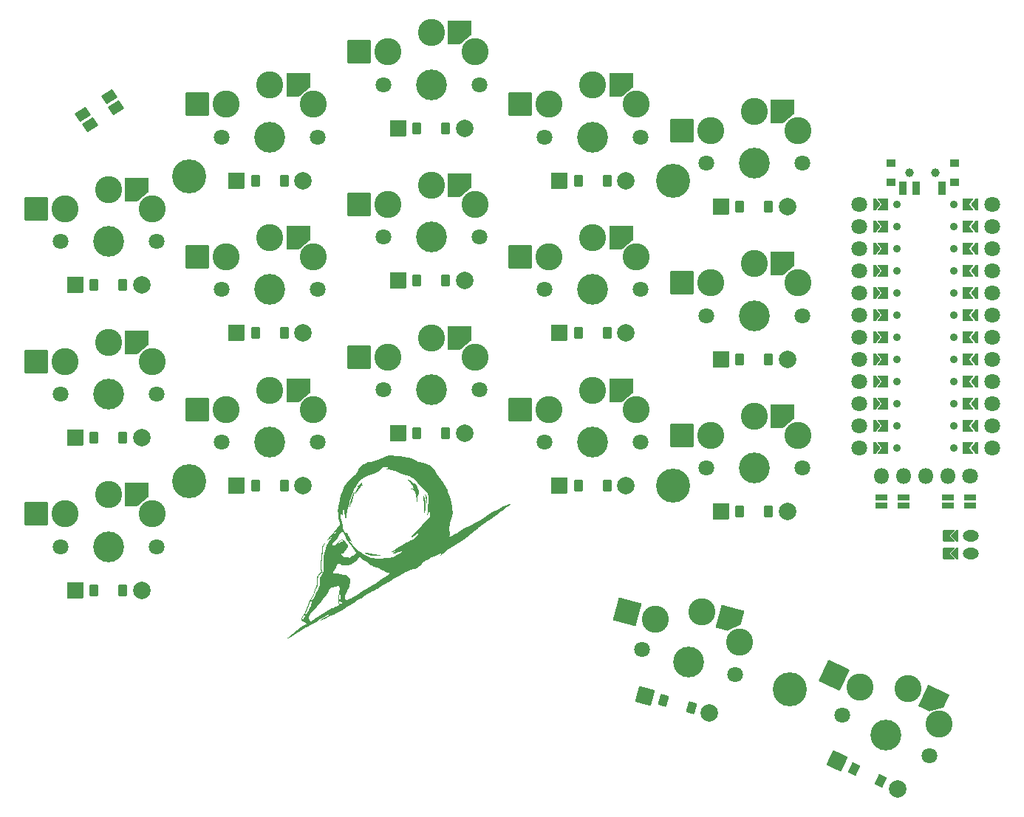
<source format=gbr>
%TF.GenerationSoftware,KiCad,Pcbnew,7.0.10*%
%TF.CreationDate,2024-01-15T23:58:39+02:00*%
%TF.ProjectId,snak_final,736e616b-5f66-4696-9e61-6c2e6b696361,0.1*%
%TF.SameCoordinates,Original*%
%TF.FileFunction,Soldermask,Top*%
%TF.FilePolarity,Negative*%
%FSLAX46Y46*%
G04 Gerber Fmt 4.6, Leading zero omitted, Abs format (unit mm)*
G04 Created by KiCad (PCBNEW 7.0.10) date 2024-01-15 23:58:39*
%MOMM*%
%LPD*%
G01*
G04 APERTURE LIST*
G04 Aperture macros list*
%AMRoundRect*
0 Rectangle with rounded corners*
0 $1 Rounding radius*
0 $2 $3 $4 $5 $6 $7 $8 $9 X,Y pos of 4 corners*
0 Add a 4 corners polygon primitive as box body*
4,1,4,$2,$3,$4,$5,$6,$7,$8,$9,$2,$3,0*
0 Add four circle primitives for the rounded corners*
1,1,$1+$1,$2,$3*
1,1,$1+$1,$4,$5*
1,1,$1+$1,$6,$7*
1,1,$1+$1,$8,$9*
0 Add four rect primitives between the rounded corners*
20,1,$1+$1,$2,$3,$4,$5,0*
20,1,$1+$1,$4,$5,$6,$7,0*
20,1,$1+$1,$6,$7,$8,$9,0*
20,1,$1+$1,$8,$9,$2,$3,0*%
%AMFreePoly0*
4,1,15,1.335355,1.335355,1.350000,1.300000,1.350000,-0.250000,1.335355,-0.285355,1.332160,-0.288285,0.082160,-1.338285,0.050000,-1.350000,-1.300000,-1.350000,-1.335355,-1.335355,-1.350000,-1.300000,-1.350000,1.300000,-1.335355,1.335355,-1.300000,1.350000,1.300000,1.350000,1.335355,1.335355,1.335355,1.335355,$1*%
%AMFreePoly1*
4,1,16,-0.214645,0.660355,-0.210957,0.656235,0.289043,0.031235,0.299694,-0.005522,0.289043,-0.031235,-0.210957,-0.656235,-0.244478,-0.674694,-0.250000,-0.675000,-0.500000,-0.675000,-0.535355,-0.660355,-0.550000,-0.625000,-0.550000,0.625000,-0.535355,0.660355,-0.500000,0.675000,-0.250000,0.675000,-0.214645,0.660355,-0.214645,0.660355,$1*%
%AMFreePoly2*
4,1,16,0.535355,0.660355,0.550000,0.625000,0.550000,-0.625000,0.535355,-0.660355,0.500000,-0.675000,-0.650000,-0.675000,-0.685355,-0.660355,-0.700000,-0.625000,-0.689043,-0.593765,-0.214031,0.000000,-0.689043,0.593765,-0.699694,0.630522,-0.681235,0.664043,-0.650000,0.675000,0.500000,0.675000,0.535355,0.660355,0.535355,0.660355,$1*%
%AMFreePoly3*
4,1,16,0.635355,0.285355,0.650000,0.250000,0.650000,-1.000000,0.635355,-1.035355,0.600000,-1.050000,0.564645,-1.035355,0.000000,-0.470710,-0.564645,-1.035355,-0.600000,-1.050000,-0.635355,-1.035355,-0.650000,-1.000000,-0.650000,0.250000,-0.635355,0.285355,-0.600000,0.300000,0.600000,0.300000,0.635355,0.285355,0.635355,0.285355,$1*%
%AMFreePoly4*
4,1,14,0.035355,0.435355,0.635355,-0.164645,0.650000,-0.200000,0.650000,-0.400000,0.635355,-0.435355,0.600000,-0.450000,-0.600000,-0.450000,-0.635355,-0.435355,-0.650000,-0.400000,-0.650000,-0.200000,-0.635355,-0.164645,-0.035355,0.435355,0.000000,0.450000,0.035355,0.435355,0.035355,0.435355,$1*%
G04 Aperture macros list end*
%ADD10C,3.100000*%
%ADD11RoundRect,0.050000X-1.300000X-1.300000X1.300000X-1.300000X1.300000X1.300000X-1.300000X1.300000X0*%
%ADD12FreePoly0,0.000000*%
%ADD13C,1.801800*%
%ADD14C,3.529000*%
%ADD15RoundRect,0.050000X-1.592168X-0.919239X0.919239X-1.592168X1.592168X0.919239X-0.919239X1.592168X0*%
%ADD16FreePoly0,345.000000*%
%ADD17RoundRect,0.050000X-1.727604X-0.628796X0.628796X-1.727604X1.727604X0.628796X-0.628796X1.727604X0*%
%ADD18FreePoly0,335.000000*%
%ADD19C,2.005000*%
%ADD20RoundRect,0.050000X-0.889000X-0.889000X0.889000X-0.889000X0.889000X0.889000X-0.889000X0.889000X0*%
%ADD21RoundRect,0.050000X-0.450000X-0.600000X0.450000X-0.600000X0.450000X0.600000X-0.450000X0.600000X0*%
%ADD22RoundRect,0.050000X-1.088798X-0.628618X0.628618X-1.088798X1.088798X0.628618X-0.628618X1.088798X0*%
%ADD23RoundRect,0.050000X-0.589958X-0.463087X0.279375X-0.696024X0.589958X0.463087X-0.279375X0.696024X0*%
%ADD24RoundRect,0.050000X-1.181415X-0.430000X0.430000X-1.181415X1.181415X0.430000X-0.430000X1.181415X0*%
%ADD25RoundRect,0.050000X-0.661409X-0.353606X0.154268X-0.733963X0.661409X0.353606X-0.154268X0.733963X0*%
%ADD26FreePoly1,180.000000*%
%ADD27FreePoly2,180.000000*%
%ADD28FreePoly2,0.000000*%
%ADD29FreePoly1,0.000000*%
%ADD30C,0.900000*%
%ADD31C,1.800000*%
%ADD32O,1.800000X1.800000*%
%ADD33RoundRect,0.050000X0.600000X-0.300000X0.600000X0.300000X-0.600000X0.300000X-0.600000X-0.300000X0*%
%ADD34C,1.000000*%
%ADD35RoundRect,0.050000X0.500000X0.400000X-0.500000X0.400000X-0.500000X-0.400000X0.500000X-0.400000X0*%
%ADD36RoundRect,0.050000X0.350000X0.750000X-0.350000X0.750000X-0.350000X-0.750000X0.350000X-0.750000X0*%
%ADD37FreePoly3,90.000000*%
%ADD38FreePoly4,90.000000*%
%ADD39O,1.850000X1.300000*%
%ADD40RoundRect,0.050000X0.301134X0.821549X-0.873005X0.059055X-0.301134X-0.821549X0.873005X-0.059055X0*%
%ADD41C,3.900000*%
G04 APERTURE END LIST*
%TO.C,G\u002A\u002A\u002A*%
G36*
X139216666Y-93884933D02*
G01*
X139222746Y-93945221D01*
X139216666Y-93952666D01*
X139186466Y-93945693D01*
X139182800Y-93918800D01*
X139201386Y-93876985D01*
X139216666Y-93884933D01*
G37*
G36*
X136380304Y-94025223D02*
G01*
X136444495Y-94139066D01*
X136462170Y-94180542D01*
X136505659Y-94335403D01*
X136534502Y-94527741D01*
X136547230Y-94726499D01*
X136542377Y-94900619D01*
X136518476Y-95019044D01*
X136502972Y-95044147D01*
X136473891Y-95020963D01*
X136439723Y-94908650D01*
X136403816Y-94719324D01*
X136392502Y-94644423D01*
X136360490Y-94428657D01*
X136330609Y-94240301D01*
X136307848Y-94110386D01*
X136302359Y-94083900D01*
X136294892Y-93988965D01*
X136325655Y-93972298D01*
X136380304Y-94025223D01*
G37*
G36*
X128230194Y-93697746D02*
G01*
X128198102Y-93857327D01*
X128131001Y-94108153D01*
X128049533Y-94382170D01*
X127924776Y-94781979D01*
X127822582Y-95094444D01*
X127743827Y-95317148D01*
X127689388Y-95447678D01*
X127660139Y-95483620D01*
X127655422Y-95468200D01*
X127663204Y-95345031D01*
X127695062Y-95150675D01*
X127744809Y-94910933D01*
X127806257Y-94651603D01*
X127873217Y-94398487D01*
X127939502Y-94177384D01*
X127998922Y-94014095D01*
X128010201Y-93989033D01*
X128117283Y-93775054D01*
X128189699Y-93655752D01*
X128227365Y-93630269D01*
X128230194Y-93697746D01*
G37*
G36*
X129751675Y-100718200D02*
G01*
X129972716Y-100752571D01*
X130191200Y-100794962D01*
X130451868Y-100848768D01*
X130703534Y-100898108D01*
X130913847Y-100936778D01*
X131029400Y-100955692D01*
X131170873Y-100980521D01*
X131221350Y-101003371D01*
X131191174Y-101029523D01*
X131181800Y-101033468D01*
X131044484Y-101061553D01*
X130836390Y-101071902D01*
X130586639Y-101065270D01*
X130324354Y-101042413D01*
X130082959Y-101004949D01*
X129872561Y-100953364D01*
X129671099Y-100888157D01*
X129549559Y-100836500D01*
X129431231Y-100772876D01*
X129395000Y-100738234D01*
X129432188Y-100715928D01*
X129480000Y-100703086D01*
X129579019Y-100700618D01*
X129751675Y-100718200D01*
G37*
G36*
X136142352Y-94153455D02*
G01*
X136188097Y-94252137D01*
X136241614Y-94401218D01*
X136294277Y-94576662D01*
X136337466Y-94754430D01*
X136337711Y-94755610D01*
X136366050Y-94949051D01*
X136371301Y-95165945D01*
X136353606Y-95438191D01*
X136341312Y-95558969D01*
X136308188Y-95815888D01*
X136274042Y-96000527D01*
X136241668Y-96107373D01*
X136213862Y-96130912D01*
X136193417Y-96065630D01*
X136183129Y-95906013D01*
X136182620Y-95872060D01*
X136178456Y-95705922D01*
X136169210Y-95468354D01*
X136156190Y-95189325D01*
X136140704Y-94898803D01*
X136138395Y-94858600D01*
X136124614Y-94601324D01*
X136115073Y-94382848D01*
X136110424Y-94221916D01*
X136111319Y-94137273D01*
X136112999Y-94129209D01*
X136142352Y-94153455D01*
G37*
G36*
X129046250Y-92763674D02*
G01*
X129031059Y-92860078D01*
X129060998Y-92882103D01*
X129093348Y-92872539D01*
X129162097Y-92869687D01*
X129175200Y-92892395D01*
X129132317Y-92942359D01*
X129027991Y-92994857D01*
X129017111Y-92998770D01*
X128902950Y-93061094D01*
X128887092Y-93127026D01*
X128875589Y-93214939D01*
X128833648Y-93267385D01*
X128764102Y-93340695D01*
X128658310Y-93469901D01*
X128538485Y-93627803D01*
X128531868Y-93636864D01*
X128427089Y-93775141D01*
X128349989Y-93866371D01*
X128314666Y-93894130D01*
X128313841Y-93890864D01*
X128339408Y-93741471D01*
X128394886Y-93558581D01*
X128464944Y-93385014D01*
X128534245Y-93263592D01*
X128541649Y-93254709D01*
X128602941Y-93165859D01*
X128583894Y-93121943D01*
X128578300Y-93119744D01*
X128518008Y-93071259D01*
X128548561Y-93014231D01*
X128629100Y-92976819D01*
X128736453Y-92920965D01*
X128868100Y-92822388D01*
X128912201Y-92782896D01*
X129081003Y-92623400D01*
X129046250Y-92763674D01*
G37*
G36*
X134438286Y-92308264D02*
G01*
X134565279Y-92379707D01*
X134698739Y-92467219D01*
X134788600Y-92535679D01*
X134918265Y-92658416D01*
X135027992Y-92786121D01*
X135034540Y-92795232D01*
X135128081Y-92928200D01*
X135094231Y-92777179D01*
X135074963Y-92675875D01*
X135093067Y-92660610D01*
X135160204Y-92716496D01*
X135245498Y-92824039D01*
X135347723Y-92995806D01*
X135451114Y-93199826D01*
X135539904Y-93404130D01*
X135598329Y-93576746D01*
X135609245Y-93627105D01*
X135614107Y-93795977D01*
X135588114Y-93969831D01*
X135588075Y-93969973D01*
X135540058Y-94147400D01*
X135479871Y-93931500D01*
X135441063Y-93801429D01*
X135413194Y-93724521D01*
X135407146Y-93715600D01*
X135403613Y-93762726D01*
X135404228Y-93889607D01*
X135408717Y-94074490D01*
X135413408Y-94210900D01*
X135416382Y-94439494D01*
X135408771Y-94641974D01*
X135392159Y-94788552D01*
X135380323Y-94833200D01*
X135350918Y-94892436D01*
X135334368Y-94880116D01*
X135326420Y-94784735D01*
X135323978Y-94680800D01*
X135312007Y-94468245D01*
X135279483Y-94242525D01*
X135221128Y-93972852D01*
X135164542Y-93750710D01*
X135114726Y-93619921D01*
X135030449Y-93533432D01*
X134887436Y-93460415D01*
X134733145Y-93386907D01*
X134671107Y-93339777D01*
X134702333Y-93321824D01*
X134827831Y-93335848D01*
X134843511Y-93338722D01*
X135025423Y-93372849D01*
X134898291Y-93121967D01*
X134796539Y-92947228D01*
X134659612Y-92744795D01*
X134538579Y-92585568D01*
X134424984Y-92442255D01*
X134342148Y-92330380D01*
X134306364Y-92272059D01*
X134306000Y-92269921D01*
X134343334Y-92266974D01*
X134438286Y-92308264D01*
G37*
G36*
X132993824Y-89575163D02*
G01*
X133206975Y-89606789D01*
X133483578Y-89651495D01*
X133787311Y-89696860D01*
X134060094Y-89734272D01*
X134103232Y-89739720D01*
X134421687Y-89795919D01*
X134698941Y-89887353D01*
X134884622Y-89973870D01*
X135209522Y-90132385D01*
X135479660Y-90245584D01*
X135725200Y-90323919D01*
X135976308Y-90377844D01*
X136109931Y-90398440D01*
X136541677Y-90501476D01*
X136908290Y-90682207D01*
X137211798Y-90942090D01*
X137454229Y-91282584D01*
X137521280Y-91413110D01*
X137636776Y-91624377D01*
X137777242Y-91835681D01*
X137891401Y-91977330D01*
X138144402Y-92286667D01*
X138400507Y-92663716D01*
X138640631Y-93077041D01*
X138845688Y-93495208D01*
X138918442Y-93668967D01*
X139004958Y-93893357D01*
X139075515Y-94085902D01*
X139122620Y-94225485D01*
X139138820Y-94289867D01*
X139153903Y-94364536D01*
X139193998Y-94508209D01*
X139251372Y-94693711D01*
X139270366Y-94752145D01*
X139343406Y-95011044D01*
X139391977Y-95281675D01*
X139422116Y-95601566D01*
X139430017Y-95744382D01*
X139439670Y-95996249D01*
X139439228Y-96203201D01*
X139424822Y-96389840D01*
X139392586Y-96580766D01*
X139338650Y-96800580D01*
X139259147Y-97073885D01*
X139181428Y-97325521D01*
X139111419Y-97555801D01*
X139069903Y-97719837D01*
X139053433Y-97847833D01*
X139058563Y-97969995D01*
X139081845Y-98116528D01*
X139087622Y-98147422D01*
X139115763Y-98362481D01*
X139122654Y-98570216D01*
X139113358Y-98683291D01*
X139077751Y-98894049D01*
X139247985Y-98806251D01*
X139405460Y-98719707D01*
X139577962Y-98617581D01*
X139610609Y-98597261D01*
X139737742Y-98530709D01*
X139833514Y-98504503D01*
X139855969Y-98508806D01*
X139920420Y-98497250D01*
X139984616Y-98433500D01*
X140072739Y-98346676D01*
X140212856Y-98245966D01*
X140298056Y-98195381D01*
X140917676Y-97859854D01*
X141542574Y-97527889D01*
X142133139Y-97220462D01*
X142313820Y-97127931D01*
X142605704Y-96971345D01*
X142869489Y-96815132D01*
X143082638Y-96673285D01*
X143210769Y-96571130D01*
X143456776Y-96371530D01*
X143609220Y-96371530D01*
X143634620Y-96396930D01*
X143660020Y-96371530D01*
X143634620Y-96346130D01*
X143609220Y-96371530D01*
X143456776Y-96371530D01*
X143554128Y-96292543D01*
X143941441Y-96046148D01*
X144327260Y-95860849D01*
X144328001Y-95860558D01*
X144522667Y-95776627D01*
X144756389Y-95664938D01*
X144980412Y-95548844D01*
X144992167Y-95542421D01*
X145270737Y-95396181D01*
X145523518Y-95275449D01*
X145742471Y-95182097D01*
X145919554Y-95117996D01*
X146046725Y-95085018D01*
X146115944Y-95085034D01*
X146119170Y-95119916D01*
X146048360Y-95191536D01*
X145895475Y-95301764D01*
X145821897Y-95349300D01*
X145645146Y-95466694D01*
X145503127Y-95571664D01*
X145417137Y-95647986D01*
X145402277Y-95668964D01*
X145342866Y-95733954D01*
X145225176Y-95814041D01*
X145165054Y-95846766D01*
X145006639Y-95942846D01*
X144826698Y-96074914D01*
X144723077Y-96162102D01*
X144494800Y-96355882D01*
X144215032Y-96570885D01*
X143873775Y-96814293D01*
X143461031Y-97093287D01*
X143080635Y-97341773D01*
X142844303Y-97498044D01*
X142642338Y-97638671D01*
X142488560Y-97753452D01*
X142396788Y-97832182D01*
X142376949Y-97861361D01*
X142344872Y-97920638D01*
X142250111Y-97990311D01*
X142233674Y-97999170D01*
X142135122Y-98064485D01*
X141983227Y-98182064D01*
X141799050Y-98334983D01*
X141611745Y-98499024D01*
X141083611Y-98939797D01*
X140483538Y-99380680D01*
X139839321Y-99802396D01*
X139182437Y-100183674D01*
X138827820Y-100395044D01*
X138526189Y-100612671D01*
X138365448Y-100754294D01*
X138206904Y-100900041D01*
X138095672Y-100982777D01*
X138038110Y-101000301D01*
X138040578Y-100950416D01*
X138099203Y-100846337D01*
X138152320Y-100747921D01*
X138135116Y-100720816D01*
X138046491Y-100764731D01*
X137974567Y-100813577D01*
X137855376Y-100882269D01*
X137679451Y-100965258D01*
X137497159Y-101039774D01*
X137302962Y-101119573D01*
X137057510Y-101229981D01*
X136799028Y-101353480D01*
X136656318Y-101425169D01*
X136393259Y-101567969D01*
X136195968Y-101696589D01*
X136035070Y-101832495D01*
X135894232Y-101982075D01*
X135705212Y-102184978D01*
X135530400Y-102331419D01*
X135339003Y-102439865D01*
X135100227Y-102528783D01*
X134876382Y-102592483D01*
X134633983Y-102669553D01*
X134352853Y-102784067D01*
X134025933Y-102939769D01*
X133646168Y-103140403D01*
X133206498Y-103389714D01*
X132699867Y-103691446D01*
X132119217Y-104049342D01*
X132056776Y-104088386D01*
X131743599Y-104283433D01*
X131447893Y-104465716D01*
X131183944Y-104626575D01*
X130966038Y-104757351D01*
X130808457Y-104849384D01*
X130735976Y-104889024D01*
X130545303Y-104988651D01*
X130292240Y-105126928D01*
X130001296Y-105289860D01*
X129696975Y-105463447D01*
X129403784Y-105633691D01*
X129146229Y-105786596D01*
X128948816Y-105908164D01*
X128924605Y-105923670D01*
X128731699Y-106044766D01*
X128541984Y-106158257D01*
X128395403Y-106240271D01*
X128391205Y-106242454D01*
X128270463Y-106314671D01*
X128094233Y-106432231D01*
X127887273Y-106578162D01*
X127697332Y-106718123D01*
X127403120Y-106922698D01*
X127044583Y-107144699D01*
X126652434Y-107365625D01*
X126427332Y-107483125D01*
X126128981Y-107631863D01*
X125813821Y-107784977D01*
X125495301Y-107936354D01*
X125186869Y-108079880D01*
X124901977Y-108209440D01*
X124654072Y-108318921D01*
X124456605Y-108402209D01*
X124323024Y-108453191D01*
X124266780Y-108465752D01*
X124266402Y-108465446D01*
X124300309Y-108433957D01*
X124406844Y-108360816D01*
X124571004Y-108255784D01*
X124777787Y-108128622D01*
X124861414Y-108078324D01*
X125079901Y-107945352D01*
X125261019Y-107830656D01*
X125389827Y-107744051D01*
X125451387Y-107695351D01*
X125454148Y-107688925D01*
X125430672Y-107684928D01*
X125379497Y-107701223D01*
X125291896Y-107742624D01*
X125159139Y-107813949D01*
X124972496Y-107920012D01*
X124723240Y-108065629D01*
X124402642Y-108255617D01*
X124103398Y-108434142D01*
X123784041Y-108623772D01*
X123462497Y-108812477D01*
X123159700Y-108988131D01*
X122896584Y-109138610D01*
X122694084Y-109251790D01*
X122654220Y-109273464D01*
X122408966Y-109413673D01*
X122126281Y-109587575D01*
X121849932Y-109767799D01*
X121714420Y-109861170D01*
X121441105Y-110047257D01*
X121183340Y-110209468D01*
X120953443Y-110341346D01*
X120763733Y-110436435D01*
X120626531Y-110488278D01*
X120554156Y-110490420D01*
X120546020Y-110473514D01*
X120583921Y-110425136D01*
X120684936Y-110333759D01*
X120830035Y-110216172D01*
X120888920Y-110171019D01*
X121093385Y-110010997D01*
X121329156Y-109818273D01*
X121552561Y-109628706D01*
X121600779Y-109586523D01*
X121813161Y-109413847D01*
X122050954Y-109242920D01*
X122271241Y-109104085D01*
X122324679Y-109074705D01*
X122491366Y-108981886D01*
X122616045Y-108902501D01*
X122676922Y-108850725D01*
X122679620Y-108843847D01*
X122639096Y-108775516D01*
X122542043Y-108692964D01*
X122425231Y-108622182D01*
X122325434Y-108589162D01*
X122318956Y-108588930D01*
X122215169Y-108547963D01*
X122159335Y-108439501D01*
X122153910Y-108342809D01*
X122219657Y-108342809D01*
X122240041Y-108385616D01*
X122242479Y-108385730D01*
X122281684Y-108345258D01*
X122342419Y-108245421D01*
X122355482Y-108220630D01*
X122413402Y-108122454D01*
X122984420Y-108122454D01*
X123007515Y-108260406D01*
X123065437Y-108397398D01*
X123141140Y-108506199D01*
X123217579Y-108559576D01*
X123255004Y-108554728D01*
X123326134Y-108507524D01*
X123449839Y-108421184D01*
X123568620Y-108336442D01*
X124209743Y-107902455D01*
X124908568Y-107478804D01*
X125622358Y-107091143D01*
X125752267Y-107025603D01*
X126040559Y-106881026D01*
X126247809Y-106773750D01*
X126384445Y-106696848D01*
X126460892Y-106643394D01*
X126487578Y-106606460D01*
X126474929Y-106579120D01*
X126449302Y-106562539D01*
X126390545Y-106520127D01*
X126356722Y-106454524D01*
X126341172Y-106340265D01*
X126337432Y-106161404D01*
X126423800Y-106161404D01*
X126431368Y-106348193D01*
X126458675Y-106470078D01*
X126482543Y-106501522D01*
X126585555Y-106524029D01*
X126702185Y-106503021D01*
X126768218Y-106456626D01*
X126744947Y-106411917D01*
X126659807Y-106359504D01*
X126570401Y-106302652D01*
X126548536Y-106221347D01*
X126560649Y-106138283D01*
X126587201Y-105968466D01*
X126611637Y-105745347D01*
X126632933Y-105489391D01*
X126650063Y-105221065D01*
X126662003Y-104960832D01*
X126667730Y-104729161D01*
X126666217Y-104546515D01*
X126656441Y-104433361D01*
X126647258Y-104408248D01*
X126617140Y-104407638D01*
X126598994Y-104485619D01*
X126591114Y-104651881D01*
X126590469Y-104730670D01*
X126578543Y-104978693D01*
X126548286Y-105242990D01*
X126513148Y-105433960D01*
X126465327Y-105682052D01*
X126435332Y-105931945D01*
X126423800Y-106161404D01*
X126337432Y-106161404D01*
X126337233Y-106151883D01*
X126337220Y-106134015D01*
X126348791Y-105894948D01*
X126378861Y-105645938D01*
X126413420Y-105472924D01*
X126446078Y-105308221D01*
X126470322Y-105111063D01*
X126485220Y-104905830D01*
X126489839Y-104716901D01*
X126483248Y-104568659D01*
X126464516Y-104485484D01*
X126451520Y-104475788D01*
X126386269Y-104492392D01*
X126256944Y-104533619D01*
X126134020Y-104575730D01*
X125937892Y-104632387D01*
X125743138Y-104669367D01*
X125651420Y-104677050D01*
X125552360Y-104681551D01*
X125482421Y-104703579D01*
X125423890Y-104761280D01*
X125359057Y-104872802D01*
X125270211Y-105056292D01*
X125259787Y-105078319D01*
X125138502Y-105303979D01*
X124996598Y-105522594D01*
X124861518Y-105692225D01*
X124850576Y-105703715D01*
X124705607Y-105862694D01*
X124537668Y-106061227D01*
X124383085Y-106256370D01*
X124382908Y-106256604D01*
X124251501Y-106423454D01*
X124075088Y-106638441D01*
X123876535Y-106874095D01*
X123678703Y-107102947D01*
X123674519Y-107107712D01*
X123438602Y-107378423D01*
X123262781Y-107586895D01*
X123138470Y-107745755D01*
X123057079Y-107867630D01*
X123010021Y-107965149D01*
X122988709Y-108050939D01*
X122984420Y-108122454D01*
X122413402Y-108122454D01*
X122419296Y-108112463D01*
X122526902Y-107946407D01*
X122662269Y-107746691D01*
X122784072Y-107572930D01*
X122968360Y-107300384D01*
X123095801Y-107075730D01*
X123179876Y-106873534D01*
X123211526Y-106766539D01*
X123250690Y-106588861D01*
X123270351Y-106444355D01*
X123267200Y-106369621D01*
X123272336Y-106255775D01*
X123346361Y-106104010D01*
X123476733Y-105937159D01*
X123539878Y-105873181D01*
X123660480Y-105717639D01*
X123755967Y-105522420D01*
X123770791Y-105477744D01*
X123837162Y-105297526D01*
X123918436Y-105132759D01*
X123949457Y-105083957D01*
X124103035Y-104794440D01*
X124206321Y-104438403D01*
X124252561Y-104041128D01*
X124254420Y-103942722D01*
X124258447Y-103724359D01*
X124275851Y-103572337D01*
X124314615Y-103451544D01*
X124382721Y-103326865D01*
X124401087Y-103297550D01*
X124492873Y-103141399D01*
X124553690Y-103020528D01*
X125727620Y-103020528D01*
X125743339Y-103065022D01*
X125805279Y-103083458D01*
X125935609Y-103079756D01*
X126019720Y-103072184D01*
X126319220Y-103072367D01*
X126534106Y-103123763D01*
X126725999Y-103173050D01*
X126944066Y-103201420D01*
X127019097Y-103204130D01*
X127186033Y-103212337D01*
X127300344Y-103250707D01*
X127410182Y-103339863D01*
X127463904Y-103394630D01*
X127618403Y-103567689D01*
X127706755Y-103709806D01*
X127740220Y-103855842D01*
X127730061Y-104040658D01*
X127711647Y-104161462D01*
X127664715Y-104406487D01*
X127608625Y-104604441D01*
X127529032Y-104792457D01*
X127411593Y-105007664D01*
X127335741Y-105134530D01*
X127180458Y-105439480D01*
X127109268Y-105702830D01*
X127123038Y-105919935D01*
X127170096Y-106022534D01*
X127253290Y-106114352D01*
X127329473Y-106150530D01*
X127404855Y-106127438D01*
X127545090Y-106065432D01*
X127726484Y-105975412D01*
X127836035Y-105917465D01*
X128074520Y-105780575D01*
X128349331Y-105610730D01*
X128615598Y-105436045D01*
X128723562Y-105361308D01*
X128956472Y-105203498D01*
X129240657Y-105021457D01*
X129537956Y-104839163D01*
X129777929Y-104698821D01*
X130021912Y-104560312D01*
X130255191Y-104427859D01*
X130452668Y-104315715D01*
X130589245Y-104238130D01*
X130598050Y-104233127D01*
X130778580Y-104117428D01*
X130958355Y-103982555D01*
X131004450Y-103943400D01*
X131124104Y-103847928D01*
X131303245Y-103717904D01*
X131515041Y-103572370D01*
X131679842Y-103464069D01*
X131932330Y-103300227D01*
X132104638Y-103181402D01*
X132202551Y-103098460D01*
X132231853Y-103042264D01*
X132198330Y-103003680D01*
X132107766Y-102973572D01*
X132004841Y-102950840D01*
X131761248Y-102872122D01*
X131514485Y-102746541D01*
X131457295Y-102709389D01*
X131280255Y-102607313D01*
X131048158Y-102499948D01*
X130804441Y-102406925D01*
X130746554Y-102388138D01*
X130413925Y-102270878D01*
X130129910Y-102143314D01*
X129912443Y-102014476D01*
X129789772Y-101906503D01*
X129710086Y-101834166D01*
X129576326Y-101734245D01*
X129457372Y-101654333D01*
X129277510Y-101528075D01*
X129102794Y-101387629D01*
X129019660Y-101311183D01*
X128844399Y-101135922D01*
X128568709Y-101460928D01*
X128330811Y-101704064D01*
X128071895Y-101886089D01*
X127762981Y-102024290D01*
X127481398Y-102109488D01*
X127134036Y-102154754D01*
X126808989Y-102101882D01*
X126562731Y-101989838D01*
X126374200Y-101878602D01*
X126254110Y-101991421D01*
X126165512Y-102117226D01*
X126134020Y-102238930D01*
X126094980Y-102375665D01*
X126009882Y-102490241D01*
X125894923Y-102628372D01*
X125796462Y-102797552D01*
X125736404Y-102956629D01*
X125727620Y-103020528D01*
X124553690Y-103020528D01*
X124563769Y-103000497D01*
X124585734Y-102944704D01*
X124634445Y-102838109D01*
X124675823Y-102789690D01*
X124695696Y-102727916D01*
X124700540Y-102575468D01*
X124690323Y-102328957D01*
X124668536Y-102027690D01*
X124645791Y-101732257D01*
X124633926Y-101511904D01*
X124633932Y-101340593D01*
X124646801Y-101192287D01*
X124673525Y-101040949D01*
X124712614Y-100870806D01*
X124764264Y-100670240D01*
X124812481Y-100505946D01*
X124849253Y-100404462D01*
X124858306Y-100388206D01*
X124897279Y-100302272D01*
X124930459Y-100175539D01*
X124997472Y-99959451D01*
X125120341Y-99693461D01*
X125129392Y-99677494D01*
X125693593Y-99677494D01*
X125699249Y-99779628D01*
X125794204Y-99834576D01*
X125834583Y-99841296D01*
X125917134Y-99834425D01*
X126005517Y-99784263D01*
X126115491Y-99680158D01*
X126256387Y-99680158D01*
X126295456Y-99685102D01*
X126399453Y-99616679D01*
X126487701Y-99544465D01*
X126648721Y-99438456D01*
X126798360Y-99394377D01*
X126808199Y-99394130D01*
X126903483Y-99379465D01*
X126921420Y-99343330D01*
X126835976Y-99290392D01*
X126704525Y-99297965D01*
X126553518Y-99355340D01*
X126409405Y-99451809D01*
X126298638Y-99576662D01*
X126284311Y-99601269D01*
X126256387Y-99680158D01*
X126115491Y-99680158D01*
X126119357Y-99676498D01*
X126230172Y-99552817D01*
X126439779Y-99343676D01*
X126629725Y-99230631D01*
X126810834Y-99212859D01*
X126993927Y-99289537D01*
X127189828Y-99459841D01*
X127207312Y-99478494D01*
X127374053Y-99691567D01*
X127448326Y-99880242D01*
X127431080Y-100060067D01*
X127323264Y-100246590D01*
X127258830Y-100322365D01*
X127137593Y-100464065D01*
X127038633Y-100595195D01*
X127000656Y-100655889D01*
X126927466Y-100742216D01*
X126822918Y-100745624D01*
X126818759Y-100744603D01*
X126705096Y-100739800D01*
X126667740Y-100796899D01*
X126708063Y-100909189D01*
X126767250Y-100996525D01*
X126857551Y-101101560D01*
X126946131Y-101153735D01*
X127074281Y-101171348D01*
X127165305Y-101172907D01*
X127331795Y-101182446D01*
X127463080Y-101205906D01*
X127505620Y-101222930D01*
X127562744Y-101258300D01*
X127608185Y-101263825D01*
X127673746Y-101231260D01*
X127791231Y-101152357D01*
X127799507Y-101146730D01*
X127925098Y-101069145D01*
X128019923Y-101024216D01*
X128040847Y-101019730D01*
X128106051Y-100985906D01*
X128208512Y-100900299D01*
X128260878Y-100848885D01*
X128426466Y-100678041D01*
X127888670Y-99979800D01*
X127580530Y-99557520D01*
X127317297Y-99151535D01*
X127107982Y-98777164D01*
X126961594Y-98449724D01*
X126924109Y-98340030D01*
X126883363Y-98251501D01*
X126852106Y-98225730D01*
X126784406Y-98264238D01*
X126680835Y-98364108D01*
X126561418Y-98501859D01*
X126446177Y-98654011D01*
X126355138Y-98797081D01*
X126339307Y-98827070D01*
X126246785Y-98975148D01*
X126108899Y-99154068D01*
X125955005Y-99325829D01*
X125950450Y-99330472D01*
X125777304Y-99527875D01*
X125693593Y-99677494D01*
X125129392Y-99677494D01*
X125285588Y-99401934D01*
X125479734Y-99109232D01*
X125629772Y-98911530D01*
X125796024Y-98697667D01*
X125948966Y-98486443D01*
X126078086Y-98294063D01*
X126172872Y-98136734D01*
X126222811Y-98030660D01*
X126224593Y-97994569D01*
X126188307Y-98025237D01*
X126102183Y-98123119D01*
X125977730Y-98274438D01*
X125826456Y-98465420D01*
X125764578Y-98545209D01*
X125584753Y-98771068D01*
X125405014Y-98984085D01*
X125244291Y-99162618D01*
X125121516Y-99285026D01*
X125104618Y-99299671D01*
X124959672Y-99447899D01*
X124812515Y-99640915D01*
X124721954Y-99788830D01*
X124635714Y-99963725D01*
X124586437Y-100111702D01*
X124564159Y-100275821D01*
X124558920Y-100493440D01*
X124550260Y-100730794D01*
X124527428Y-101018102D01*
X124494710Y-101305406D01*
X124481106Y-101400730D01*
X124429902Y-101912783D01*
X124437348Y-102426594D01*
X124471105Y-102944459D01*
X124312441Y-103103123D01*
X124174234Y-103247533D01*
X124084248Y-103368441D01*
X124032192Y-103494611D01*
X124007773Y-103654806D01*
X124000701Y-103877789D01*
X124000420Y-103975177D01*
X123997626Y-104213570D01*
X123986021Y-104377361D01*
X123960763Y-104493469D01*
X123917012Y-104588815D01*
X123879483Y-104647828D01*
X123809056Y-104782456D01*
X123731376Y-104978670D01*
X123660995Y-105198824D01*
X123647869Y-105246984D01*
X123500284Y-105668091D01*
X123336371Y-105958448D01*
X123215924Y-106164648D01*
X123084464Y-106445036D01*
X122953352Y-106774696D01*
X122913583Y-106885780D01*
X122773411Y-107258017D01*
X122641092Y-107544454D01*
X122509689Y-107759808D01*
X122487973Y-107789061D01*
X122387459Y-107938591D01*
X122302888Y-108096154D01*
X122243779Y-108238607D01*
X122219657Y-108342809D01*
X122153910Y-108342809D01*
X122150677Y-108285198D01*
X122188416Y-108106712D01*
X122271777Y-107925696D01*
X122346511Y-107821121D01*
X122514576Y-107579816D01*
X122667845Y-107268863D01*
X122812858Y-106874351D01*
X122855288Y-106739080D01*
X123000893Y-106349535D01*
X123180699Y-106013123D01*
X123209588Y-105969590D01*
X123377652Y-105676200D01*
X123523644Y-105329517D01*
X123565770Y-105203239D01*
X123639356Y-104982573D01*
X123715672Y-104781074D01*
X123781917Y-104631695D01*
X123801982Y-104595133D01*
X123854052Y-104483087D01*
X123884343Y-104339389D01*
X123897370Y-104136368D01*
X123898820Y-104001540D01*
X123906684Y-103716570D01*
X123935848Y-103506599D01*
X123994673Y-103345853D01*
X124091517Y-103208561D01*
X124187441Y-103111650D01*
X124369489Y-102942970D01*
X124343874Y-102453262D01*
X124340235Y-102097380D01*
X124360568Y-101717380D01*
X124386952Y-101478942D01*
X124419454Y-101199746D01*
X124444069Y-100893772D01*
X124456458Y-100617688D01*
X124457128Y-100562530D01*
X124474689Y-100257678D01*
X124532400Y-99995484D01*
X124641252Y-99751969D01*
X124812233Y-99503156D01*
X125056333Y-99225067D01*
X125082938Y-99197078D01*
X125270139Y-98994459D01*
X125459663Y-98778174D01*
X125621477Y-98582902D01*
X125679140Y-98508614D01*
X125824916Y-98323695D01*
X126006232Y-98106609D01*
X126188435Y-97898646D01*
X126222920Y-97860703D01*
X126362314Y-97701988D01*
X126470402Y-97566455D01*
X126531607Y-97474252D01*
X126539764Y-97450819D01*
X126525192Y-97371403D01*
X126487970Y-97228720D01*
X126444974Y-97082730D01*
X126369587Y-96750019D01*
X126324062Y-96358480D01*
X126317255Y-96154321D01*
X126628065Y-96154321D01*
X126629855Y-96398236D01*
X126644312Y-96594606D01*
X126645062Y-96600130D01*
X126691459Y-96884128D01*
X126753654Y-97194183D01*
X126825902Y-97507640D01*
X126902458Y-97801846D01*
X126977576Y-98054144D01*
X127045510Y-98241882D01*
X127079209Y-98312004D01*
X127178252Y-98468477D01*
X127251132Y-98553359D01*
X127290551Y-98561294D01*
X127289211Y-98486926D01*
X127283460Y-98461906D01*
X127263706Y-98354340D01*
X127281907Y-98339887D01*
X127338274Y-98418790D01*
X127433019Y-98591293D01*
X127486276Y-98695630D01*
X127598136Y-98907383D01*
X127717586Y-99116676D01*
X127819828Y-99280154D01*
X127824950Y-99287670D01*
X127903165Y-99413693D01*
X127913308Y-99464308D01*
X127855576Y-99439346D01*
X127746920Y-99353129D01*
X127675378Y-99302988D01*
X127667467Y-99330283D01*
X127723355Y-99435451D01*
X127843209Y-99618932D01*
X127856395Y-99638217D01*
X128173815Y-100031990D01*
X128532044Y-100353136D01*
X128753399Y-100500371D01*
X128948788Y-100622557D01*
X129158729Y-100766065D01*
X129256353Y-100837870D01*
X129589887Y-101063389D01*
X129920891Y-101221382D01*
X130159954Y-101299798D01*
X130360725Y-101335478D01*
X130636470Y-101356193D01*
X130961786Y-101362681D01*
X131311268Y-101355683D01*
X131659511Y-101335937D01*
X131981110Y-101304180D01*
X132250662Y-101261153D01*
X132357020Y-101235910D01*
X132564333Y-101172502D01*
X132758221Y-101102998D01*
X132889283Y-101045967D01*
X133032828Y-100965353D01*
X133201506Y-100861513D01*
X133375213Y-100748126D01*
X133533841Y-100638870D01*
X133657287Y-100547425D01*
X133725444Y-100487469D01*
X133731913Y-100472689D01*
X133678024Y-100479845D01*
X133547409Y-100516085D01*
X133358810Y-100575729D01*
X133130968Y-100653095D01*
X133095159Y-100665669D01*
X132809822Y-100762875D01*
X132607389Y-100824416D01*
X132490229Y-100850025D01*
X132460712Y-100839441D01*
X132521207Y-100792400D01*
X132664344Y-100713631D01*
X132797736Y-100638258D01*
X132894457Y-100571710D01*
X132941486Y-100525935D01*
X132925802Y-100512881D01*
X132860653Y-100533502D01*
X132746957Y-100564681D01*
X132591212Y-100591534D01*
X132560220Y-100595315D01*
X132357020Y-100618089D01*
X132560220Y-100507043D01*
X132724627Y-100407436D01*
X132877704Y-100299578D01*
X132907017Y-100276063D01*
X133013157Y-100197005D01*
X133089021Y-100157246D01*
X133096622Y-100156130D01*
X133158856Y-100130988D01*
X133282731Y-100064303D01*
X133444244Y-99969182D01*
X133486425Y-99943278D01*
X133669470Y-99835402D01*
X133911787Y-99700208D01*
X134181460Y-99555175D01*
X134439820Y-99421204D01*
X134690716Y-99292078D01*
X134872293Y-99190609D01*
X135006564Y-99099940D01*
X135115541Y-99003217D01*
X135221236Y-98883583D01*
X135339421Y-98732355D01*
X135465906Y-98562130D01*
X135564931Y-98420027D01*
X135622545Y-98326516D01*
X135631521Y-98303665D01*
X135599974Y-98312305D01*
X135514594Y-98379787D01*
X135392535Y-98492262D01*
X135366920Y-98517274D01*
X135228428Y-98639849D01*
X135075747Y-98753896D01*
X134928973Y-98847342D01*
X134808206Y-98908116D01*
X134733543Y-98924146D01*
X134719220Y-98906317D01*
X134756071Y-98824192D01*
X134863541Y-98679006D01*
X135037004Y-98475967D01*
X135271831Y-98220283D01*
X135563396Y-97917162D01*
X135887989Y-97590730D01*
X136128784Y-97349051D01*
X136348153Y-97123575D01*
X136534578Y-96926568D01*
X136676541Y-96770295D01*
X136762524Y-96667023D01*
X136780074Y-96640752D01*
X136814991Y-96531751D01*
X136838953Y-96375073D01*
X136851183Y-96199154D01*
X136850902Y-96032430D01*
X136837333Y-95903337D01*
X136809699Y-95840310D01*
X136802020Y-95838130D01*
X136758621Y-95880092D01*
X136750566Y-95927030D01*
X136728337Y-96020455D01*
X136671949Y-96164988D01*
X136622876Y-96269930D01*
X136552454Y-96407726D01*
X136518530Y-96460273D01*
X136513313Y-96433757D01*
X136526948Y-96346130D01*
X136565903Y-96081556D01*
X136604591Y-95742621D01*
X136640347Y-95356534D01*
X136670504Y-94950506D01*
X136681508Y-94769066D01*
X136691458Y-94427361D01*
X136672638Y-94162731D01*
X136617289Y-93952850D01*
X136517654Y-93775388D01*
X136365973Y-93608018D01*
X136239536Y-93497158D01*
X135947045Y-93242505D01*
X135721168Y-93014922D01*
X135540149Y-92791346D01*
X135452725Y-92663130D01*
X135340141Y-92498928D01*
X135226595Y-92364011D01*
X135097167Y-92249418D01*
X134936938Y-92146186D01*
X134730987Y-92045354D01*
X134464396Y-91937960D01*
X134122243Y-91815044D01*
X133931820Y-91749612D01*
X133674322Y-91657708D01*
X133420316Y-91559875D01*
X133204086Y-91469674D01*
X133090964Y-91417030D01*
X132780294Y-91279846D01*
X132478192Y-91181917D01*
X132210197Y-91130117D01*
X132019560Y-91128580D01*
X131885714Y-91134090D01*
X131827253Y-91113021D01*
X131853268Y-91076784D01*
X131950620Y-91042069D01*
X132054691Y-90999013D01*
X132069337Y-90951600D01*
X132006012Y-90907558D01*
X131876170Y-90874613D01*
X131691263Y-90860494D01*
X131681397Y-90860423D01*
X131445326Y-90904559D01*
X131231024Y-91042141D01*
X131092774Y-91192396D01*
X131014015Y-91280453D01*
X130916114Y-91360681D01*
X130785197Y-91440020D01*
X130607387Y-91525408D01*
X130368809Y-91623784D01*
X130055587Y-91742089D01*
X129828592Y-91824609D01*
X129504406Y-91950661D01*
X129244215Y-92078776D01*
X129028507Y-92225847D01*
X128837767Y-92408767D01*
X128652484Y-92644429D01*
X128453143Y-92949727D01*
X128369479Y-93087795D01*
X128175200Y-93428360D01*
X128018648Y-93743465D01*
X127889155Y-94060910D01*
X127776054Y-94408495D01*
X127668678Y-94814021D01*
X127608230Y-95071678D01*
X127542943Y-95343510D01*
X127473546Y-95606344D01*
X127408441Y-95829774D01*
X127357142Y-95980578D01*
X127278495Y-96265064D01*
X127248828Y-96607370D01*
X127248399Y-96640110D01*
X127240986Y-96832697D01*
X127224137Y-96925928D01*
X127199957Y-96921389D01*
X127170549Y-96820669D01*
X127138016Y-96625353D01*
X127128059Y-96549330D01*
X127098492Y-96350339D01*
X127055878Y-96108172D01*
X127014294Y-95898769D01*
X126972890Y-95633022D01*
X126953881Y-95356646D01*
X126956182Y-95200410D01*
X126961900Y-95012838D01*
X126948787Y-94924721D01*
X126926090Y-94924139D01*
X126907210Y-94990308D01*
X126888660Y-95139271D01*
X126872055Y-95352230D01*
X126859013Y-95610389D01*
X126854014Y-95762198D01*
X126844448Y-96031983D01*
X126831873Y-96261919D01*
X126817590Y-96434731D01*
X126802899Y-96533144D01*
X126794787Y-96549330D01*
X126775181Y-96502165D01*
X126752284Y-96374788D01*
X126729358Y-96188378D01*
X126714593Y-96028630D01*
X126672478Y-95507930D01*
X126639369Y-95914330D01*
X126628065Y-96154321D01*
X126317255Y-96154321D01*
X126310341Y-95946975D01*
X126330366Y-95554365D01*
X126358351Y-95349822D01*
X126490901Y-94712583D01*
X126652766Y-94117951D01*
X126839037Y-93579667D01*
X127044809Y-93111471D01*
X127265172Y-92727103D01*
X127326139Y-92640019D01*
X127434181Y-92512763D01*
X127598039Y-92343710D01*
X127794946Y-92155462D01*
X127990194Y-91980882D01*
X128206233Y-91790389D01*
X128360139Y-91641081D01*
X128469894Y-91511662D01*
X128553483Y-91380837D01*
X128628890Y-91227312D01*
X128631505Y-91221482D01*
X128750130Y-90981191D01*
X128875542Y-90792256D01*
X129024215Y-90643488D01*
X129212626Y-90523695D01*
X129457249Y-90421687D01*
X129774560Y-90326275D01*
X130052094Y-90256619D01*
X130642861Y-90099183D01*
X131132604Y-89933365D01*
X131521560Y-89759083D01*
X131619886Y-89704397D01*
X131864210Y-89607357D01*
X132185291Y-89552816D01*
X132567153Y-89541757D01*
X132993824Y-89575163D01*
G37*
%TD*%
D10*
%TO.C,S1*%
X95000000Y-96250000D03*
D11*
X91725000Y-96250000D03*
D12*
X103275000Y-94050000D03*
D10*
X105000000Y-96250000D03*
X100000000Y-94050000D03*
D13*
X94500000Y-100000000D03*
X105500000Y-100000000D03*
D14*
X100000000Y-100000000D03*
%TD*%
D10*
%TO.C,S2*%
X95000000Y-78750000D03*
D11*
X91725000Y-78750000D03*
D12*
X103275000Y-76550000D03*
D10*
X105000000Y-78750000D03*
X100000000Y-76550000D03*
D13*
X94500000Y-82500000D03*
X105500000Y-82500000D03*
D14*
X100000000Y-82500000D03*
%TD*%
D10*
%TO.C,S3*%
X95000000Y-61250000D03*
D11*
X91725000Y-61250000D03*
D12*
X103275000Y-59050000D03*
D10*
X105000000Y-61250000D03*
X100000000Y-59050000D03*
D13*
X94500000Y-65000000D03*
X105500000Y-65000000D03*
D14*
X100000000Y-65000000D03*
%TD*%
D10*
%TO.C,S4*%
X113500000Y-84250000D03*
D11*
X110225000Y-84250000D03*
D12*
X121775000Y-82050000D03*
D10*
X123500000Y-84250000D03*
X118500000Y-82050000D03*
D13*
X113000000Y-88000000D03*
X124000000Y-88000000D03*
D14*
X118500000Y-88000000D03*
%TD*%
D10*
%TO.C,S5*%
X113500000Y-66750000D03*
D11*
X110225000Y-66750000D03*
D12*
X121775000Y-64550000D03*
D10*
X123500000Y-66750000D03*
X118500000Y-64550000D03*
D13*
X113000000Y-70500000D03*
X124000000Y-70500000D03*
D14*
X118500000Y-70500000D03*
%TD*%
D10*
%TO.C,S6*%
X113500000Y-49250000D03*
D11*
X110225000Y-49250000D03*
D12*
X121775000Y-47050000D03*
D10*
X123500000Y-49250000D03*
X118500000Y-47050000D03*
D13*
X113000000Y-53000000D03*
X124000000Y-53000000D03*
D14*
X118500000Y-53000000D03*
%TD*%
D10*
%TO.C,S7*%
X132000000Y-78250000D03*
D11*
X128725000Y-78250000D03*
D12*
X140275000Y-76050000D03*
D10*
X142000000Y-78250000D03*
X137000000Y-76050000D03*
D13*
X131500000Y-82000000D03*
X142500000Y-82000000D03*
D14*
X137000000Y-82000000D03*
%TD*%
D10*
%TO.C,S8*%
X132000000Y-60750000D03*
D11*
X128725000Y-60750000D03*
D12*
X140275000Y-58550000D03*
D10*
X142000000Y-60750000D03*
X137000000Y-58550000D03*
D13*
X131500000Y-64500000D03*
X142500000Y-64500000D03*
D14*
X137000000Y-64500000D03*
%TD*%
D10*
%TO.C,S9*%
X132000000Y-43250000D03*
D11*
X128725000Y-43250000D03*
D12*
X140275000Y-41050000D03*
D10*
X142000000Y-43250000D03*
X137000000Y-41050000D03*
D13*
X131500000Y-47000000D03*
X142500000Y-47000000D03*
D14*
X137000000Y-47000000D03*
%TD*%
D10*
%TO.C,S10*%
X150500000Y-84250000D03*
D11*
X147225000Y-84250000D03*
D12*
X158775000Y-82050000D03*
D10*
X160500000Y-84250000D03*
X155500000Y-82050000D03*
D13*
X150000000Y-88000000D03*
X161000000Y-88000000D03*
D14*
X155500000Y-88000000D03*
%TD*%
D10*
%TO.C,S11*%
X150500000Y-66750000D03*
D11*
X147225000Y-66750000D03*
D12*
X158775000Y-64550000D03*
D10*
X160500000Y-66750000D03*
X155500000Y-64550000D03*
D13*
X150000000Y-70500000D03*
X161000000Y-70500000D03*
D14*
X155500000Y-70500000D03*
%TD*%
D10*
%TO.C,S12*%
X150500000Y-49250000D03*
D11*
X147225000Y-49250000D03*
D12*
X158775000Y-47050000D03*
D10*
X160500000Y-49250000D03*
X155500000Y-47050000D03*
D13*
X150000000Y-53000000D03*
X161000000Y-53000000D03*
D14*
X155500000Y-53000000D03*
%TD*%
D10*
%TO.C,S13*%
X169000000Y-87250000D03*
D11*
X165725000Y-87250000D03*
D12*
X177275000Y-85050000D03*
D10*
X179000000Y-87250000D03*
X174000000Y-85050000D03*
D13*
X168500000Y-91000000D03*
X179500000Y-91000000D03*
D14*
X174000000Y-91000000D03*
%TD*%
D10*
%TO.C,S14*%
X169000000Y-69750000D03*
D11*
X165725000Y-69750000D03*
D12*
X177275000Y-67550000D03*
D10*
X179000000Y-69750000D03*
X174000000Y-67550000D03*
D13*
X168500000Y-73500000D03*
X179500000Y-73500000D03*
D14*
X174000000Y-73500000D03*
%TD*%
D10*
%TO.C,S15*%
X169000000Y-52250000D03*
D11*
X165725000Y-52250000D03*
D12*
X177275000Y-50050000D03*
D10*
X179000000Y-52250000D03*
X174000000Y-50050000D03*
D13*
X168500000Y-56000000D03*
X179500000Y-56000000D03*
D14*
X174000000Y-56000000D03*
%TD*%
D10*
%TO.C,S16*%
X162640942Y-108333683D03*
D15*
X159477535Y-107486051D03*
D16*
X171203380Y-108350374D03*
D10*
X172300201Y-110921873D03*
X168039973Y-107502741D03*
D13*
X161187408Y-111826495D03*
X171812592Y-114673505D03*
D14*
X166500000Y-113250000D03*
%TD*%
D10*
%TO.C,S17*%
X186153157Y-116123244D03*
D17*
X183184999Y-114739170D03*
D18*
X194582614Y-117626533D03*
D10*
X195216234Y-120349427D03*
X191614456Y-116242459D03*
D13*
X184115184Y-119310590D03*
X194084570Y-123959390D03*
D14*
X189099877Y-121634990D03*
%TD*%
D19*
%TO.C,D1*%
X103810000Y-105000000D03*
D20*
X96190000Y-105000000D03*
D21*
X101650000Y-105000000D03*
X98350000Y-105000000D03*
%TD*%
D19*
%TO.C,D2*%
X103810000Y-87500000D03*
D20*
X96190000Y-87500000D03*
D21*
X101650000Y-87500000D03*
X98350000Y-87500000D03*
%TD*%
D19*
%TO.C,D3*%
X103810000Y-70000000D03*
D20*
X96190000Y-70000000D03*
D21*
X101650000Y-70000000D03*
X98350000Y-70000000D03*
%TD*%
D19*
%TO.C,D4*%
X122310000Y-93000000D03*
D20*
X114690000Y-93000000D03*
D21*
X120150000Y-93000000D03*
X116850000Y-93000000D03*
%TD*%
D19*
%TO.C,D5*%
X122310000Y-75500000D03*
D20*
X114690000Y-75500000D03*
D21*
X120150000Y-75500000D03*
X116850000Y-75500000D03*
%TD*%
D19*
%TO.C,D6*%
X122310000Y-58000000D03*
D20*
X114690000Y-58000000D03*
D21*
X120150000Y-58000000D03*
X116850000Y-58000000D03*
%TD*%
D19*
%TO.C,D7*%
X140810000Y-87000000D03*
D20*
X133190000Y-87000000D03*
D21*
X138650000Y-87000000D03*
X135350000Y-87000000D03*
%TD*%
D19*
%TO.C,D8*%
X140810000Y-69500000D03*
D20*
X133190000Y-69500000D03*
D21*
X138650000Y-69500000D03*
X135350000Y-69500000D03*
%TD*%
D19*
%TO.C,D9*%
X140810000Y-52000000D03*
D20*
X133190000Y-52000000D03*
D21*
X138650000Y-52000000D03*
X135350000Y-52000000D03*
%TD*%
D19*
%TO.C,D10*%
X159310000Y-93000000D03*
D20*
X151690000Y-93000000D03*
D21*
X157150000Y-93000000D03*
X153850000Y-93000000D03*
%TD*%
D19*
%TO.C,D11*%
X159310000Y-75500000D03*
D20*
X151690000Y-75500000D03*
D21*
X157150000Y-75500000D03*
X153850000Y-75500000D03*
%TD*%
D19*
%TO.C,D12*%
X159310000Y-58000000D03*
D20*
X151690000Y-58000000D03*
D21*
X157150000Y-58000000D03*
X153850000Y-58000000D03*
%TD*%
D19*
%TO.C,D13*%
X177810000Y-96000000D03*
D20*
X170190000Y-96000000D03*
D21*
X175650000Y-96000000D03*
X172350000Y-96000000D03*
%TD*%
D19*
%TO.C,D14*%
X177810000Y-78500000D03*
D20*
X170190000Y-78500000D03*
D21*
X175650000Y-78500000D03*
X172350000Y-78500000D03*
%TD*%
D19*
%TO.C,D15*%
X177810000Y-61000000D03*
D20*
X170190000Y-61000000D03*
D21*
X175650000Y-61000000D03*
X172350000Y-61000000D03*
%TD*%
D19*
%TO.C,D16*%
X168886082Y-119065730D03*
D22*
X161525728Y-117093528D03*
D23*
X166799683Y-118506680D03*
X163612127Y-117652578D03*
%TD*%
D19*
%TO.C,D17*%
X190439819Y-127776705D03*
D24*
X183533753Y-124556353D03*
D25*
X188482194Y-126863849D03*
X185491378Y-125469209D03*
%TD*%
D26*
%TO.C,MCU1*%
X199150000Y-88640000D03*
D27*
X198425000Y-88640000D03*
D28*
X188875000Y-88640000D03*
D29*
X188150000Y-88640000D03*
D30*
X196912000Y-88640000D03*
X190388000Y-88640000D03*
D31*
X201270000Y-88640000D03*
X186030000Y-88640000D03*
D26*
X199150000Y-86100000D03*
D27*
X198425000Y-86100000D03*
D28*
X188875000Y-86100000D03*
D29*
X188150000Y-86100000D03*
D30*
X196912000Y-86100000D03*
X190388000Y-86100000D03*
D31*
X201270000Y-86100000D03*
X186030000Y-86100000D03*
D26*
X199150000Y-83560000D03*
D27*
X198425000Y-83560000D03*
D28*
X188875000Y-83560000D03*
D29*
X188150000Y-83560000D03*
D30*
X196912000Y-83560000D03*
X190388000Y-83560000D03*
D31*
X201270000Y-83560000D03*
X186030000Y-83560000D03*
D26*
X199150000Y-81020000D03*
D27*
X198425000Y-81020000D03*
D28*
X188875000Y-81020000D03*
D29*
X188150000Y-81020000D03*
D30*
X196912000Y-81020000D03*
X190388000Y-81020000D03*
D31*
X201270000Y-81020000D03*
X186030000Y-81020000D03*
D26*
X199150000Y-78480000D03*
D27*
X198425000Y-78480000D03*
D28*
X188875000Y-78480000D03*
D29*
X188150000Y-78480000D03*
D30*
X196912000Y-78480000D03*
X190388000Y-78480000D03*
D31*
X201270000Y-78480000D03*
X186030000Y-78480000D03*
D26*
X199150000Y-75940000D03*
D27*
X198425000Y-75940000D03*
D28*
X188875000Y-75940000D03*
D29*
X188150000Y-75940000D03*
D30*
X196912000Y-75940000D03*
X190388000Y-75940000D03*
D31*
X201270000Y-75940000D03*
X186030000Y-75940000D03*
D26*
X199150000Y-73400000D03*
D27*
X198425000Y-73400000D03*
D28*
X188875000Y-73400000D03*
D29*
X188150000Y-73400000D03*
D30*
X196912000Y-73400000D03*
X190388000Y-73400000D03*
D31*
X201270000Y-73400000D03*
X186030000Y-73400000D03*
D26*
X199150000Y-70860000D03*
D27*
X198425000Y-70860000D03*
D28*
X188875000Y-70860000D03*
D29*
X188150000Y-70860000D03*
D30*
X196912000Y-70860000D03*
X190388000Y-70860000D03*
D31*
X201270000Y-70860000D03*
X186030000Y-70860000D03*
D26*
X199150000Y-68320000D03*
D27*
X198425000Y-68320000D03*
D28*
X188875000Y-68320000D03*
D29*
X188150000Y-68320000D03*
D30*
X196912000Y-68320000D03*
X190388000Y-68320000D03*
D31*
X201270000Y-68320000D03*
X186030000Y-68320000D03*
D26*
X199150000Y-65780000D03*
D27*
X198425000Y-65780000D03*
D28*
X188875000Y-65780000D03*
D29*
X188150000Y-65780000D03*
D30*
X196912000Y-65780000D03*
X190388000Y-65780000D03*
D31*
X201270000Y-65780000D03*
X186030000Y-65780000D03*
D26*
X199150000Y-63240000D03*
D27*
X198425000Y-63240000D03*
D28*
X188875000Y-63240000D03*
D29*
X188150000Y-63240000D03*
D30*
X196912000Y-63240000D03*
X190388000Y-63240000D03*
D31*
X201270000Y-63240000D03*
X186030000Y-63240000D03*
D26*
X199150000Y-60700000D03*
D27*
X198425000Y-60700000D03*
D28*
X188875000Y-60700000D03*
D29*
X188150000Y-60700000D03*
D30*
X196912000Y-60700000D03*
X190388000Y-60700000D03*
D31*
X201270000Y-60700000D03*
X186030000Y-60700000D03*
%TD*%
%TO.C,DISP1*%
X198730000Y-91900000D03*
D32*
X196190000Y-91900000D03*
X193650000Y-91900000D03*
X191110000Y-91900000D03*
X188570000Y-91900000D03*
D33*
X198730000Y-95250000D03*
X196190000Y-95250000D03*
X191110000Y-95250000D03*
X188570000Y-95250000D03*
X198730000Y-94350000D03*
X196190000Y-94350000D03*
X191110000Y-94350000D03*
X188570000Y-94350000D03*
%TD*%
D34*
%TO.C,SW1*%
X194800000Y-57125000D03*
X191800000Y-57125000D03*
D35*
X196950000Y-56025000D03*
D36*
X191050000Y-58885000D03*
X192550000Y-58885000D03*
X195550000Y-58885000D03*
D35*
X196950000Y-58235000D03*
X189650000Y-58235000D03*
X189650000Y-56025000D03*
%TD*%
D37*
%TO.C,JST1*%
X195984000Y-100750000D03*
X195984000Y-98750000D03*
D38*
X197000000Y-100750000D03*
X197000000Y-98750000D03*
D39*
X198800000Y-100750000D03*
X198800000Y-98750000D03*
%TD*%
D40*
%TO.C,SW2*%
X100117467Y-48415807D03*
X97098253Y-50376507D03*
X100901747Y-49623493D03*
X97882533Y-51584193D03*
%TD*%
D41*
%TO.C,H1*%
X109250000Y-57500000D03*
%TD*%
%TO.C,H2*%
X109250000Y-92500000D03*
%TD*%
%TO.C,H3*%
X164750000Y-58000000D03*
%TD*%
%TO.C,H4*%
X164750000Y-93000000D03*
%TD*%
%TO.C,H5*%
X178091110Y-116355829D03*
%TD*%
M02*

</source>
